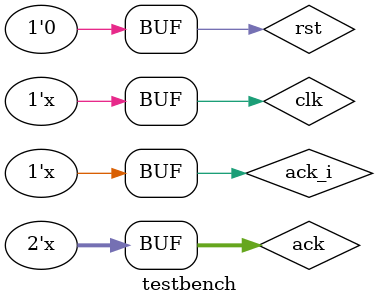
<source format=v>
`timescale 10ns/100ps

module testbench;

  // Net declarations
  wire [15:0] rd_data;
  wire [15:0] wr_data, mem_data, io_data;
  wire [19:0] addr;
  wire        we;
  wire        m_io;
  wire        byte_m;
  wire        ack_i;
  wire        stb;

  reg         clk, rst;
  reg [15:0]  io_reg;
  reg [ 1:0]  ack;

  // Module instantiations
  memory mem0 (clk, addr, wr_data, mem_data, stb & we & ~m_io, byte_m);

  cpu cpu0 (
    .clk_i  (clk),
    .rst_i  (rst),
    .dat_i  (rd_data),
    .dat_o  (wr_data),
    .adr_o  (addr),
    .we_o   (we),
    .mio_o  (m_io),
    .byte_o (byte_m),
    .stb_o  (stb),
    .ack_i  (ack_i)
  );

  // Assignments
  assign io_data = (addr[15:0]==16'hb7) ? io_reg : 16'd0;
  assign rd_data = m_io ? io_data : mem_data;
  assign ack_i   = (ack==2'b10);

  // Behaviour
  // IO Stub
  always @(posedge clk) 
    if (addr==20'hb7 & we & m_io) 
      io_reg <= byte_m ? { io_reg[15:8], wr_data[7:0] } : wr_data;

  always #1 clk = ~clk;
  always #2.13 ack = ack + 2'd1;

  initial 
    begin
         clk <= 1'b1;
         rst <= 1'b0;
         ack <= 2'b0;
      #5 rst <= 1'b1;
      #2 rst <= 1'b0;
    end

endmodule

</source>
